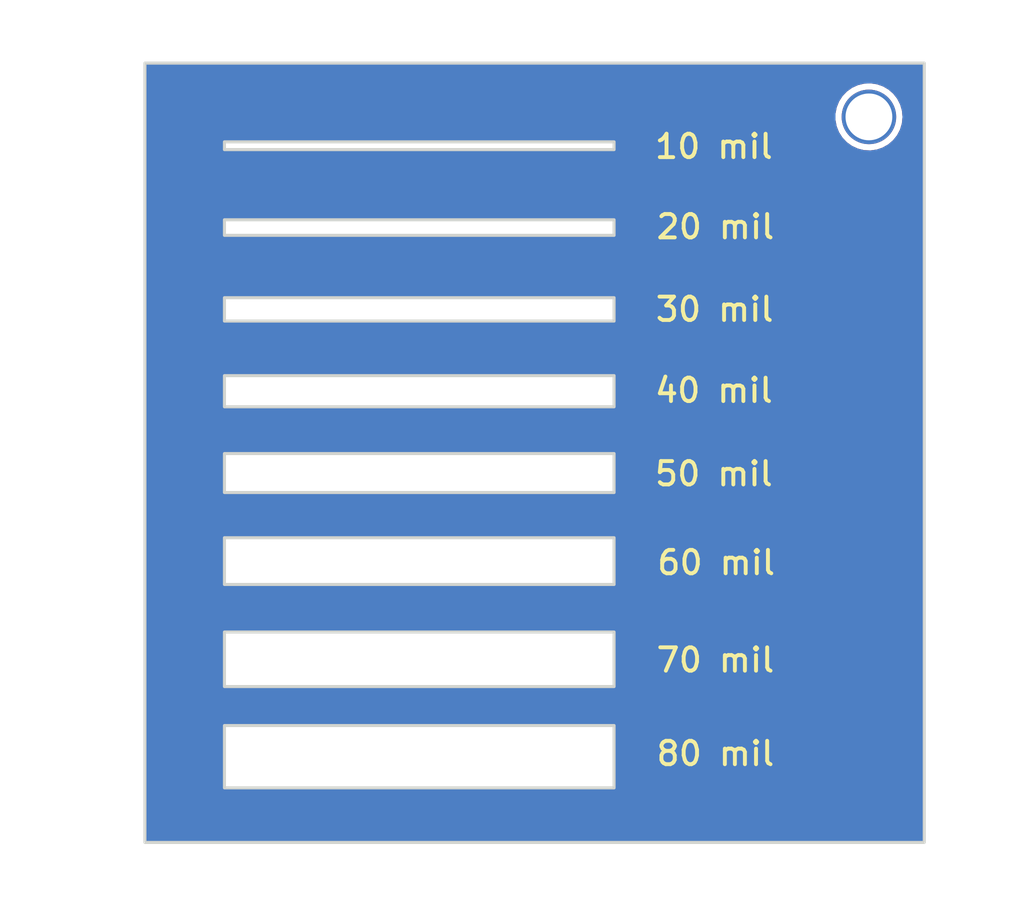
<source format=kicad_pcb>
(kicad_pcb (version 20210126) (generator pcbnew)

  (general
    (thickness 1.6)
  )

  (paper "A4")
  (layers
    (0 "F.Cu" signal)
    (31 "B.Cu" signal)
    (32 "B.Adhes" user "B.Adhesive")
    (33 "F.Adhes" user "F.Adhesive")
    (34 "B.Paste" user)
    (35 "F.Paste" user)
    (36 "B.SilkS" user "B.Silkscreen")
    (37 "F.SilkS" user "F.Silkscreen")
    (38 "B.Mask" user)
    (39 "F.Mask" user)
    (40 "Dwgs.User" user "User.Drawings")
    (41 "Cmts.User" user "User.Comments")
    (42 "Eco1.User" user "User.Eco1")
    (43 "Eco2.User" user "User.Eco2")
    (44 "Edge.Cuts" user)
    (45 "Margin" user)
    (46 "B.CrtYd" user "B.Courtyard")
    (47 "F.CrtYd" user "F.Courtyard")
    (48 "B.Fab" user)
    (49 "F.Fab" user)
    (50 "User.1" user)
    (51 "User.2" user)
    (52 "User.3" user)
    (53 "User.4" user)
    (54 "User.5" user)
    (55 "User.6" user)
    (56 "User.7" user)
    (57 "User.8" user)
    (58 "User.9" user)
  )

  (setup
    (stackup
      (layer "F.SilkS" (type "Top Silk Screen"))
      (layer "F.Paste" (type "Top Solder Paste"))
      (layer "F.Mask" (type "Top Solder Mask") (color "Green") (thickness 0.01))
      (layer "F.Cu" (type "copper") (thickness 0.035))
      (layer "dielectric 1" (type "core") (thickness 1.51) (material "FR4") (epsilon_r 4.5) (loss_tangent 0.02))
      (layer "B.Cu" (type "copper") (thickness 0.035))
      (layer "B.Mask" (type "Bottom Solder Mask") (color "Green") (thickness 0.01))
      (layer "B.Paste" (type "Bottom Solder Paste"))
      (layer "B.SilkS" (type "Bottom Silk Screen"))
      (copper_finish "None")
      (dielectric_constraints no)
    )
    (grid_origin 126.0856 62.103)
    (pcbplotparams
      (layerselection 0x00010fc_ffffffff)
      (disableapertmacros false)
      (usegerberextensions false)
      (usegerberattributes true)
      (usegerberadvancedattributes true)
      (creategerberjobfile true)
      (svguseinch false)
      (svgprecision 6)
      (excludeedgelayer true)
      (plotframeref false)
      (viasonmask false)
      (mode 1)
      (useauxorigin true)
      (hpglpennumber 1)
      (hpglpenspeed 20)
      (hpglpendiameter 15.000000)
      (dxfpolygonmode true)
      (dxfimperialunits true)
      (dxfusepcbnewfont true)
      (psnegative false)
      (psa4output false)
      (plotreference true)
      (plotvalue true)
      (plotinvisibletext false)
      (sketchpadsonfab false)
      (subtractmaskfromsilk false)
      (outputformat 1)
      (mirror false)
      (drillshape 0)
      (scaleselection 1)
      (outputdirectory "gerbers/")
    )
  )


  (net 0 "")

  (gr_line (start 128.4986 62.103) (end 128.4986 87.4268) (layer "Eco2.User") (width 0.15) (tstamp 3c3362b8-e2b5-4c20-aa61-25008100be9f))
  (gr_line (start 142.621 62.1284) (end 142.621 87.4522) (layer "Eco2.User") (width 0.15) (tstamp 9b8d082c-300d-4137-b9af-c56a902163e1))
  (gr_rect (start 126.0348 62.0776) (end 151.4348 87.4776) (layer "Edge.Cuts") (width 0.1) (fill none) (tstamp 12a995ac-00e2-4c34-ad2e-10d3ee600528))
  (gr_rect (start 128.6256 77.5462) (end 141.3256 79.0702) (layer "Edge.Cuts") (width 0.1) (fill none) (tstamp 3607ec39-741c-430d-a126-a55861f530f5))
  (gr_rect (start 128.6256 83.6676) (end 141.3256 85.6996) (layer "Edge.Cuts") (width 0.1) (fill none) (tstamp 725e972a-8c45-4fe2-af15-0a9e41b443d7))
  (gr_rect (start 128.6256 80.6196) (end 141.3256 82.3976) (layer "Edge.Cuts") (width 0.1) (fill none) (tstamp b02dc6cf-6470-498d-b4d5-1584b537bf2b))
  (gr_rect (start 128.6256 72.263) (end 141.3256 73.279) (layer "Edge.Cuts") (width 0.1) (fill none) (tstamp baf7755a-4fc3-4f1c-9323-5debe78a2afa))
  (gr_rect (start 128.6256 64.643) (end 141.3256 64.897) (layer "Edge.Cuts") (width 0.1) (fill none) (tstamp c1ee04f6-9b58-41b9-81be-f8f19b78439f))
  (gr_rect (start 128.6256 69.723) (end 141.3256 70.485) (layer "Edge.Cuts") (width 0.1) (fill none) (tstamp c56434ae-e990-4848-bc3b-6b24c7d1b7fc))
  (gr_rect (start 128.6256 74.803) (end 141.3256 76.073) (layer "Edge.Cuts") (width 0.1) (fill none) (tstamp e4672016-ad29-431e-8480-e7066f9591c0))
  (gr_rect (start 128.6256 67.183) (end 141.3256 67.691) (layer "Edge.Cuts") (width 0.1) (fill none) (tstamp f2daaf0f-07c1-4511-b469-4f511814c1a0))
  (gr_text "Slot Test" (at 150.2156 74.3458 90) (layer "F.Cu") (tstamp 6d17696d-3987-4a25-b6d0-a3e7d9a339ed)
    (effects (font (size 1 1) (thickness 0.15)))
  )
  (gr_text "40 mil" (at 144.5768 72.7456) (layer "F.SilkS") (tstamp 191f7bfd-729a-481a-8d0c-a101f26293fd)
    (effects (font (size 0.762 0.762) (thickness 0.127)))
  )
  (gr_text "80 mil" (at 144.6276 84.582) (layer "F.SilkS") (tstamp 5a8328d6-4224-4b06-b624-ed4603244c8f)
    (effects (font (size 0.762 0.762) (thickness 0.127)))
  )
  (gr_text "20 mil" (at 144.6276 67.4116) (layer "F.SilkS") (tstamp 75a5a8ad-e017-4b21-9475-11c1e3fad92f)
    (effects (font (size 0.762 0.762) (thickness 0.127)))
  )
  (gr_text "70 mil" (at 144.6276 81.534) (layer "F.SilkS") (tstamp 8c4e6dd9-75f0-4d5c-b925-cf2bfd436f3d)
    (effects (font (size 0.762 0.762) (thickness 0.127)))
  )
  (gr_text "30 mil" (at 144.6022 70.104) (layer "F.SilkS") (tstamp 8cf32784-2d11-4fd3-a727-7ed407ffaf76)
    (effects (font (size 0.762 0.762) (thickness 0.127)))
  )
  (gr_text "50 mil" (at 144.5768 75.4634) (layer "F.SilkS") (tstamp 9c280957-b037-4fe8-a77d-fee8fd4ffdef)
    (effects (font (size 0.762 0.762) (thickness 0.127)))
  )
  (gr_text "60 mil" (at 144.653 78.359) (layer "F.SilkS") (tstamp ab2b0828-51dc-45de-b606-98a61c7481a3)
    (effects (font (size 0.762 0.762) (thickness 0.127)))
  )
  (gr_text "10 mil" (at 144.5768 64.7954) (layer "F.SilkS") (tstamp bac1ea82-e3cd-41b8-bf61-e4ae8ae8b434)
    (effects (font (size 0.762 0.762) (thickness 0.127)))
  )
  (gr_text "Slot Test" (at 150.2156 74.3458 90) (layer "F.Mask") (tstamp 46223b5f-ad73-4508-a169-f8557cec3fce)
    (effects (font (size 1 1) (thickness 0.15)))
  )

  (via (at 149.6314 63.8302) (size 1.778) (drill 1.524) (layers "F.Cu" "B.Cu") (free) (net 0) (tstamp c6f29b0d-ba87-4028-8e4f-44cf7246e01a))

  (zone (net 0) (net_name "") (layer "F.Cu") (tstamp d0fe9006-071c-46d6-92e5-0002f873bbe0) (hatch edge 0.508)
    (connect_pads (clearance 0.0254))
    (min_thickness 0.0254) (filled_areas_thickness no)
    (fill yes (thermal_gap 0.508) (thermal_bridge_width 0.508))
    (polygon
      (pts
        (xy 154.6352 89.4588)
        (xy 121.3104 89.4588)
        (xy 121.3104 60.0202)
        (xy 154.6352 60.0202)
      )
    )
    (filled_polygon
      (layer "F.Cu")
      (island)
      (pts
        (xy 151.405973 62.106427)
        (xy 151.4094 62.1147)
        (xy 151.4094 70.551957)
        (xy 151.405973 70.56023)
        (xy 151.3977 70.563657)
        (xy 149.1081 70.563657)
        (xy 149.1081 78.127943)
        (xy 151.3977 78.127943)
        (xy 151.405973 78.13137)
        (xy 151.4094 78.139643)
        (xy 151.4094 87.4405)
        (xy 151.405973 87.448773)
        (xy 151.3977 87.4522)
        (xy 126.0719 87.4522)
        (xy 126.063627 87.448773)
        (xy 126.0602 87.4405)
        (xy 126.0602 83.6676)
        (xy 128.5952 83.6676)
        (xy 128.596091 83.669751)
        (xy 128.599309 83.67752)
        (xy 128.6002 83.681997)
        (xy 128.6002 85.685203)
        (xy 128.599309 85.68968)
        (xy 128.5952 85.6996)
        (xy 128.6002 85.711671)
        (xy 128.604104 85.721096)
        (xy 128.6256 85.73)
        (xy 128.627751 85.729109)
        (xy 128.63552 85.725891)
        (xy 128.639997 85.725)
        (xy 141.311203 85.725)
        (xy 141.31568 85.725891)
        (xy 141.3256 85.73)
        (xy 141.327751 85.729109)
        (xy 141.344945 85.721987)
        (xy 141.347096 85.721096)
        (xy 141.351 85.711671)
        (xy 141.356 85.6996)
        (xy 141.351891 85.68968)
        (xy 141.351 85.685203)
        (xy 141.351 83.681997)
        (xy 141.351891 83.67752)
        (xy 141.355109 83.669751)
        (xy 141.356 83.6676)
        (xy 141.347096 83.646104)
        (xy 141.337671 83.6422)
        (xy 141.3256 83.6372)
        (xy 141.323449 83.638091)
        (xy 141.31568 83.641309)
        (xy 141.311203 83.6422)
        (xy 128.639997 83.6422)
        (xy 128.63552 83.641309)
        (xy 128.627751 83.638091)
        (xy 128.6256 83.6372)
        (xy 128.613529 83.6422)
        (xy 128.604104 83.646104)
        (xy 128.5952 83.6676)
        (xy 126.0602 83.6676)
        (xy 126.0602 80.6196)
        (xy 128.5952 80.6196)
        (xy 128.596091 80.621751)
        (xy 128.599309 80.62952)
        (xy 128.6002 80.633997)
        (xy 128.6002 82.383203)
        (xy 128.599309 82.38768)
        (xy 128.5952 82.3976)
        (xy 128.6002 82.409671)
        (xy 128.604104 82.419096)
        (xy 128.6256 82.428)
        (xy 128.627751 82.427109)
        (xy 128.63552 82.423891)
        (xy 128.639997 82.423)
        (xy 141.311203 82.423)
        (xy 141.31568 82.423891)
        (xy 141.3256 82.428)
        (xy 141.327751 82.427109)
        (xy 141.344945 82.419987)
        (xy 141.347096 82.419096)
        (xy 141.351 82.409671)
        (xy 141.356 82.3976)
        (xy 141.351891 82.38768)
        (xy 141.351 82.383203)
        (xy 141.351 80.633997)
        (xy 141.351891 80.62952)
        (xy 141.355109 80.621751)
        (xy 141.356 80.6196)
        (xy 141.347096 80.598104)
        (xy 141.337671 80.5942)
        (xy 141.3256 80.5892)
        (xy 141.323449 80.590091)
        (xy 141.31568 80.593309)
        (xy 141.311203 80.5942)
        (xy 128.639997 80.5942)
        (xy 128.63552 80.593309)
        (xy 128.627751 80.590091)
        (xy 128.6256 80.5892)
        (xy 128.613529 80.5942)
        (xy 128.604104 80.598104)
        (xy 128.5952 80.6196)
        (xy 126.0602 80.6196)
        (xy 126.0602 77.5462)
        (xy 128.5952 77.5462)
        (xy 128.596091 77.548351)
        (xy 128.599309 77.55612)
        (xy 128.6002 77.560597)
        (xy 128.6002 79.055803)
        (xy 128.599309 79.06028)
        (xy 128.5952 79.0702)
        (xy 128.6002 79.082271)
        (xy 128.604104 79.091696)
        (xy 128.6256 79.1006)
        (xy 128.627751 79.099709)
        (xy 128.63552 79.096491)
        (xy 128.639997 79.0956)
        (xy 141.311203 79.0956)
        (xy 141.31568 79.096491)
        (xy 141.3256 79.1006)
        (xy 141.327751 79.099709)
        (xy 141.344945 79.092587)
        (xy 141.347096 79.091696)
        (xy 141.351 79.082271)
        (xy 141.356 79.0702)
        (xy 141.351891 79.06028)
        (xy 141.351 79.055803)
        (xy 141.351 77.560597)
        (xy 141.351891 77.55612)
        (xy 141.355109 77.548351)
        (xy 141.356 77.5462)
        (xy 141.347096 77.524704)
        (xy 141.337671 77.5208)
        (xy 141.3256 77.5158)
        (xy 141.323449 77.516691)
        (xy 141.31568 77.519909)
        (xy 141.311203 77.5208)
        (xy 128.639997 77.5208)
        (xy 128.63552 77.519909)
        (xy 128.627751 77.516691)
        (xy 128.6256 77.5158)
        (xy 128.613529 77.5208)
        (xy 128.604104 77.524704)
        (xy 128.5952 77.5462)
        (xy 126.0602 77.5462)
        (xy 126.0602 74.803)
        (xy 128.5952 74.803)
        (xy 128.596091 74.805151)
        (xy 128.599309 74.81292)
        (xy 128.6002 74.817397)
        (xy 128.6002 76.058603)
        (xy 128.599309 76.06308)
        (xy 128.5952 76.073)
        (xy 128.6002 76.085071)
        (xy 128.604104 76.094496)
        (xy 128.6256 76.1034)
        (xy 128.627751 76.102509)
        (xy 128.63552 76.099291)
        (xy 128.639997 76.0984)
        (xy 141.311203 76.0984)
        (xy 141.31568 76.099291)
        (xy 141.3256 76.1034)
        (xy 141.327751 76.102509)
        (xy 141.344945 76.095387)
        (xy 141.347096 76.094496)
        (xy 141.351 76.085071)
        (xy 141.356 76.073)
        (xy 141.351891 76.06308)
        (xy 141.351 76.058603)
        (xy 141.351 74.817397)
        (xy 141.351891 74.81292)
        (xy 141.355109 74.805151)
        (xy 141.356 74.803)
        (xy 141.347096 74.781504)
        (xy 141.337671 74.7776)
        (xy 141.3256 74.7726)
        (xy 141.323449 74.773491)
        (xy 141.31568 74.776709)
        (xy 141.311203 74.7776)
        (xy 128.639997 74.7776)
        (xy 128.63552 74.776709)
        (xy 128.627751 74.773491)
        (xy 128.6256 74.7726)
        (xy 128.613529 74.7776)
        (xy 128.604104 74.781504)
        (xy 128.5952 74.803)
        (xy 126.0602 74.803)
        (xy 126.0602 72.263)
        (xy 128.5952 72.263)
        (xy 128.596091 72.265151)
        (xy 128.599309 72.27292)
        (xy 128.6002 72.277397)
        (xy 128.6002 73.264603)
        (xy 128.599309 73.26908)
        (xy 128.5952 73.279)
        (xy 128.6002 73.291071)
        (xy 128.604104 73.300496)
        (xy 128.6256 73.3094)
        (xy 128.627751 73.308509)
        (xy 128.63552 73.305291)
        (xy 128.639997 73.3044)
        (xy 141.311203 73.3044)
        (xy 141.31568 73.305291)
        (xy 141.3256 73.3094)
        (xy 141.327751 73.308509)
        (xy 141.344945 73.301387)
        (xy 141.347096 73.300496)
        (xy 141.351 73.291071)
        (xy 141.356 73.279)
        (xy 141.351891 73.26908)
        (xy 141.351 73.264603)
        (xy 141.351 72.277397)
        (xy 141.351891 72.27292)
        (xy 141.355109 72.265151)
        (xy 141.356 72.263)
        (xy 141.347096 72.241504)
        (xy 141.337671 72.2376)
        (xy 141.3256 72.2326)
        (xy 141.323449 72.233491)
        (xy 141.31568 72.236709)
        (xy 141.311203 72.2376)
        (xy 128.639997 72.2376)
        (xy 128.63552 72.236709)
        (xy 128.627751 72.233491)
        (xy 128.6256 72.2326)
        (xy 128.613529 72.2376)
        (xy 128.604104 72.241504)
        (xy 128.5952 72.263)
        (xy 126.0602 72.263)
        (xy 126.0602 69.723)
        (xy 128.5952 69.723)
        (xy 128.596091 69.725151)
        (xy 128.599309 69.73292)
        (xy 128.6002 69.737397)
        (xy 128.6002 70.470603)
        (xy 128.599309 70.47508)
        (xy 128.5952 70.485)
        (xy 128.6002 70.497071)
        (xy 128.604104 70.506496)
        (xy 128.6256 70.5154)
        (xy 128.627751 70.514509)
        (xy 128.63552 70.511291)
        (xy 128.639997 70.5104)
        (xy 141.311203 70.5104)
        (xy 141.31568 70.511291)
        (xy 141.3256 70.5154)
        (xy 141.327751 70.514509)
        (xy 141.344945 70.507387)
        (xy 141.347096 70.506496)
        (xy 141.351 70.497071)
        (xy 141.356 70.485)
        (xy 141.351891 70.47508)
        (xy 141.351 70.470603)
        (xy 141.351 69.737397)
        (xy 141.351891 69.73292)
        (xy 141.355109 69.725151)
        (xy 141.356 69.723)
        (xy 141.347096 69.701504)
        (xy 141.337671 69.6976)
        (xy 141.3256 69.6926)
        (xy 141.323449 69.693491)
        (xy 141.31568 69.696709)
        (xy 141.311203 69.6976)
        (xy 128.639997 69.6976)
        (xy 128.63552 69.696709)
        (xy 128.627751 69.693491)
        (xy 128.6256 69.6926)
        (xy 128.613529 69.6976)
        (xy 128.604104 69.701504)
        (xy 128.5952 69.723)
        (xy 126.0602 69.723)
        (xy 126.0602 67.183)
        (xy 128.5952 67.183)
        (xy 128.596091 67.185151)
        (xy 128.599309 67.19292)
        (xy 128.6002 67.197397)
        (xy 128.6002 67.676603)
        (xy 128.599309 67.68108)
        (xy 128.5952 67.691)
        (xy 128.6002 67.703071)
        (xy 128.604104 67.712496)
        (xy 128.6256 67.7214)
        (xy 128.627751 67.720509)
        (xy 128.63552 67.717291)
        (xy 128.639997 67.7164)
        (xy 141.311203 67.7164)
        (xy 141.31568 67.717291)
        (xy 141.3256 67.7214)
        (xy 141.327751 67.720509)
        (xy 141.344945 67.713387)
        (xy 141.347096 67.712496)
        (xy 141.351 67.703071)
        (xy 141.356 67.691)
        (xy 141.351891 67.68108)
        (xy 141.351 67.676603)
        (xy 141.351 67.197397)
        (xy 141.351891 67.19292)
        (xy 141.355109 67.185151)
        (xy 141.356 67.183)
        (xy 141.347096 67.161504)
        (xy 141.337671 67.1576)
        (xy 141.3256 67.1526)
        (xy 141.323449 67.153491)
        (xy 141.31568 67.156709)
        (xy 141.311203 67.1576)
        (xy 128.639997 67.1576)
        (xy 128.63552 67.156709)
        (xy 128.627751 67.153491)
        (xy 128.6256 67.1526)
        (xy 128.613529 67.1576)
        (xy 128.604104 67.161504)
        (xy 128.5952 67.183)
        (xy 126.0602 67.183)
        (xy 126.0602 64.643)
        (xy 128.5952 64.643)
        (xy 128.596091 64.645151)
        (xy 128.599309 64.65292)
        (xy 128.6002 64.657397)
        (xy 128.6002 64.882603)
        (xy 128.599309 64.88708)
        (xy 128.5952 64.897)
        (xy 128.6002 64.909071)
        (xy 128.604104 64.918496)
        (xy 128.6256 64.9274)
        (xy 128.627751 64.926509)
        (xy 128.63552 64.923291)
        (xy 128.639997 64.9224)
        (xy 141.311203 64.9224)
        (xy 141.31568 64.923291)
        (xy 141.3256 64.9274)
        (xy 141.327751 64.926509)
        (xy 141.344945 64.919387)
        (xy 141.347096 64.918496)
        (xy 141.351 64.909071)
        (xy 141.356 64.897)
        (xy 141.351891 64.88708)
        (xy 141.351 64.882603)
        (xy 141.351 64.657397)
        (xy 141.351891 64.65292)
        (xy 141.355109 64.645151)
        (xy 141.356 64.643)
        (xy 141.347096 64.621504)
        (xy 141.337671 64.6176)
        (xy 141.3256 64.6126)
        (xy 141.323449 64.613491)
        (xy 141.31568 64.616709)
        (xy 141.311203 64.6176)
        (xy 128.639997 64.6176)
        (xy 128.63552 64.616709)
        (xy 128.627751 64.613491)
        (xy 128.6256 64.6126)
        (xy 128.613529 64.6176)
        (xy 128.604104 64.621504)
        (xy 128.5952 64.643)
        (xy 126.0602 64.643)
        (xy 126.0602 63.9313)
        (xy 148.541579 63.9313)
        (xy 148.541682 63.931842)
        (xy 148.541682 63.931843)
        (xy 148.562849 64.043328)
        (xy 148.580359 64.135556)
        (xy 148.657062 64.328794)
        (xy 148.768922 64.504041)
        (xy 148.769303 64.504443)
        (xy 148.769306 64.504447)
        (xy 148.909956 64.65292)
        (xy 148.911903 64.654975)
        (xy 148.912354 64.655298)
        (xy 148.912358 64.655302)
        (xy 148.93062 64.6684)
        (xy 149.080845 64.776149)
        (xy 149.081353 64.776383)
        (xy 149.269148 64.862958)
        (xy 149.269151 64.862959)
        (xy 149.269652 64.86319)
        (xy 149.471512 64.912959)
        (xy 149.472069 64.912988)
        (xy 149.472071 64.912988)
        (xy 149.56328 64.917688)
        (xy 149.679141 64.923658)
        (xy 149.885048 64.894903)
        (xy 150.081802 64.827731)
        (xy 150.262305 64.724565)
        (xy 150.262727 64.724203)
        (xy 150.419623 64.589489)
        (xy 150.419625 64.589487)
        (xy 150.420043 64.589128)
        (xy 150.549325 64.426307)
        (xy 150.599951 64.329264)
        (xy 150.645228 64.242472)
        (xy 150.645229 64.24247)
        (xy 150.645486 64.241977)
        (xy 150.677476 64.13501)
        (xy 150.704894 64.043328)
        (xy 150.704894 64.043326)
        (xy 150.705055 64.042789)
        (xy 150.725885 63.835931)
        (xy 150.7259 63.8302)
        (xy 150.725874 63.829923)
        (xy 150.706207 63.623786)
        (xy 150.706206 63.623782)
        (xy 150.706154 63.623235)
        (xy 150.705999 63.622706)
        (xy 150.647785 63.424272)
        (xy 150.647784 63.424269)
        (xy 150.647628 63.423738)
        (xy 150.597313 63.326045)
        (xy 150.552691 63.239405)
        (xy 150.552688 63.239401)
        (xy 150.552434 63.238907)
        (xy 150.424006 63.075411)
        (xy 150.266979 62.939151)
        (xy 150.2665 62.938874)
        (xy 150.266496 62.938871)
        (xy 150.087507 62.835323)
        (xy 150.087504 62.835322)
        (xy 150.087019 62.835041)
        (xy 150.086493 62.834858)
        (xy 150.08649 62.834857)
        (xy 149.891136 62.767018)
        (xy 149.891131 62.767017)
        (xy 149.890619 62.766839)
        (xy 149.890079 62.766761)
        (xy 149.890076 62.76676)
        (xy 149.784846 62.751503)
        (xy 149.684866 62.737007)
        (xy 149.593119 62.741253)
        (xy 149.477741 62.746593)
        (xy 149.477739 62.746593)
        (xy 149.477184 62.746619)
        (xy 149.275066 62.79533)
        (xy 149.085805 62.881382)
        (xy 149.085352 62.881703)
        (xy 149.085349 62.881705)
        (xy 149.00476 62.938871)
        (xy 148.916231 63.001669)
        (xy 148.772462 63.151852)
        (xy 148.659686 63.326511)
        (xy 148.659478 63.327027)
        (xy 148.620503 63.423738)
        (xy 148.581972 63.519345)
        (xy 148.542124 63.723396)
        (xy 148.541579 63.9313)
        (xy 126.0602 63.9313)
        (xy 126.0602 62.1147)
        (xy 126.063627 62.106427)
        (xy 126.0719 62.103)
        (xy 151.3977 62.103)
      )
    )
  )
  (zone (net 0) (net_name "") (layer "B.Cu") (tstamp e936772a-45fa-4910-91cd-c21e15bac32c) (hatch edge 0.508)
    (connect_pads (clearance 0.0254))
    (min_thickness 0.0254) (filled_areas_thickness no)
    (fill yes (thermal_gap 0.508) (thermal_bridge_width 0.508))
    (polygon
      (pts
        (xy 154.686 60.0202)
        (xy 121.3612 60.0202)
        (xy 121.3612 89.4588)
        (xy 154.686 89.4588)
      )
    )
    (filled_polygon
      (layer "B.Cu")
      (island)
      (pts
        (xy 151.405973 62.106427)
        (xy 151.4094 62.1147)
        (xy 151.4094 87.4405)
        (xy 151.405973 87.448773)
        (xy 151.3977 87.4522)
        (xy 126.0719 87.4522)
        (xy 126.063627 87.448773)
        (xy 126.0602 87.4405)
        (xy 126.0602 83.6676)
        (xy 128.5952 83.6676)
        (xy 128.596091 83.669751)
        (xy 128.599309 83.67752)
        (xy 128.6002 83.681997)
        (xy 128.6002 85.685203)
        (xy 128.599309 85.68968)
        (xy 128.5952 85.6996)
        (xy 128.6002 85.711671)
        (xy 128.604104 85.721096)
        (xy 128.6256 85.73)
        (xy 128.627751 85.729109)
        (xy 128.63552 85.725891)
        (xy 128.639997 85.725)
        (xy 141.311203 85.725)
        (xy 141.31568 85.725891)
        (xy 141.3256 85.73)
        (xy 141.327751 85.729109)
        (xy 141.344945 85.721987)
        (xy 141.347096 85.721096)
        (xy 141.351 85.711671)
        (xy 141.356 85.6996)
        (xy 141.351891 85.68968)
        (xy 141.351 85.685203)
        (xy 141.351 83.681997)
        (xy 141.351891 83.67752)
        (xy 141.355109 83.669751)
        (xy 141.356 83.6676)
        (xy 141.347096 83.646104)
        (xy 141.337671 83.6422)
        (xy 141.3256 83.6372)
        (xy 141.323449 83.638091)
        (xy 141.31568 83.641309)
        (xy 141.311203 83.6422)
        (xy 128.639997 83.6422)
        (xy 128.63552 83.641309)
        (xy 128.627751 83.638091)
        (xy 128.6256 83.6372)
        (xy 128.613529 83.6422)
        (xy 128.604104 83.646104)
        (xy 128.5952 83.6676)
        (xy 126.0602 83.6676)
        (xy 126.0602 80.6196)
        (xy 128.5952 80.6196)
        (xy 128.596091 80.621751)
        (xy 128.599309 80.62952)
        (xy 128.6002 80.633997)
        (xy 128.6002 82.383203)
        (xy 128.599309 82.38768)
        (xy 128.5952 82.3976)
        (xy 128.6002 82.409671)
        (xy 128.604104 82.419096)
        (xy 128.6256 82.428)
        (xy 128.627751 82.427109)
        (xy 128.63552 82.423891)
        (xy 128.639997 82.423)
        (xy 141.311203 82.423)
        (xy 141.31568 82.423891)
        (xy 141.3256 82.428)
        (xy 141.327751 82.427109)
        (xy 141.344945 82.419987)
        (xy 141.347096 82.419096)
        (xy 141.351 82.409671)
        (xy 141.356 82.3976)
        (xy 141.351891 82.38768)
        (xy 141.351 82.383203)
        (xy 141.351 80.633997)
        (xy 141.351891 80.62952)
        (xy 141.355109 80.621751)
        (xy 141.356 80.6196)
        (xy 141.347096 80.598104)
        (xy 141.337671 80.5942)
        (xy 141.3256 80.5892)
        (xy 141.323449 80.590091)
        (xy 141.31568 80.593309)
        (xy 141.311203 80.5942)
        (xy 128.639997 80.5942)
        (xy 128.63552 80.593309)
        (xy 128.627751 80.590091)
        (xy 128.6256 80.5892)
        (xy 128.613529 80.5942)
        (xy 128.604104 80.598104)
        (xy 128.5952 80.6196)
        (xy 126.0602 80.6196)
        (xy 126.0602 77.5462)
        (xy 128.5952 77.5462)
        (xy 128.596091 77.548351)
        (xy 128.599309 77.55612)
        (xy 128.6002 77.560597)
        (xy 128.6002 79.055803)
        (xy 128.599309 79.06028)
        (xy 128.5952 79.0702)
        (xy 128.6002 79.082271)
        (xy 128.604104 79.091696)
        (xy 128.6256 79.1006)
        (xy 128.627751 79.099709)
        (xy 128.63552 79.096491)
        (xy 128.639997 79.0956)
        (xy 141.311203 79.0956)
        (xy 141.31568 79.096491)
        (xy 141.3256 79.1006)
        (xy 141.327751 79.099709)
        (xy 141.344945 79.092587)
        (xy 141.347096 79.091696)
        (xy 141.351 79.082271)
        (xy 141.356 79.0702)
        (xy 141.351891 79.06028)
        (xy 141.351 79.055803)
        (xy 141.351 77.560597)
        (xy 141.351891 77.55612)
        (xy 141.355109 77.548351)
        (xy 141.356 77.5462)
        (xy 141.347096 77.524704)
        (xy 141.337671 77.5208)
        (xy 141.3256 77.5158)
        (xy 141.323449 77.516691)
        (xy 141.31568 77.519909)
        (xy 141.311203 77.5208)
        (xy 128.639997 77.5208)
        (xy 128.63552 77.519909)
        (xy 128.627751 77.516691)
        (xy 128.6256 77.5158)
        (xy 128.613529 77.5208)
        (xy 128.604104 77.524704)
        (xy 128.5952 77.5462)
        (xy 126.0602 77.5462)
        (xy 126.0602 74.803)
        (xy 128.5952 74.803)
        (xy 128.596091 74.805151)
        (xy 128.599309 74.81292)
        (xy 128.6002 74.817397)
        (xy 128.6002 76.058603)
        (xy 128.599309 76.06308)
        (xy 128.5952 76.073)
        (xy 128.6002 76.085071)
        (xy 128.604104 76.094496)
        (xy 128.6256 76.1034)
        (xy 128.627751 76.102509)
        (xy 128.63552 76.099291)
        (xy 128.639997 76.0984)
        (xy 141.311203 76.0984)
        (xy 141.31568 76.099291)
        (xy 141.3256 76.1034)
        (xy 141.327751 76.102509)
        (xy 141.344945 76.095387)
        (xy 141.347096 76.094496)
        (xy 141.351 76.085071)
        (xy 141.356 76.073)
        (xy 141.351891 76.06308)
        (xy 141.351 76.058603)
        (xy 141.351 74.817397)
        (xy 141.351891 74.81292)
        (xy 141.355109 74.805151)
        (xy 141.356 74.803)
        (xy 141.347096 74.781504)
        (xy 141.337671 74.7776)
        (xy 141.3256 74.7726)
        (xy 141.323449 74.773491)
        (xy 141.31568 74.776709)
        (xy 141.311203 74.7776)
        (xy 128.639997 74.7776)
        (xy 128.63552 74.776709)
        (xy 128.627751 74.773491)
        (xy 128.6256 74.7726)
        (xy 128.613529 74.7776)
        (xy 128.604104 74.781504)
        (xy 128.5952 74.803)
        (xy 126.0602 74.803)
        (xy 126.0602 72.263)
        (xy 128.5952 72.263)
        (xy 128.596091 72.265151)
        (xy 128.599309 72.27292)
        (xy 128.6002 72.277397)
        (xy 128.6002 73.264603)
        (xy 128.599309 73.26908)
        (xy 128.5952 73.279)
        (xy 128.6002 73.291071)
        (xy 128.604104 73.300496)
        (xy 128.6256 73.3094)
        (xy 128.627751 73.308509)
        (xy 128.63552 73.305291)
        (xy 128.639997 73.3044)
        (xy 141.311203 73.3044)
        (xy 141.31568 73.305291)
        (xy 141.3256 73.3094)
        (xy 141.327751 73.308509)
        (xy 141.344945 73.301387)
        (xy 141.347096 73.300496)
        (xy 141.351 73.291071)
        (xy 141.356 73.279)
        (xy 141.351891 73.26908)
        (xy 141.351 73.264603)
        (xy 141.351 72.277397)
        (xy 141.351891 72.27292)
        (xy 141.355109 72.265151)
        (xy 141.356 72.263)
        (xy 141.347096 72.241504)
        (xy 141.337671 72.2376)
        (xy 141.3256 72.2326)
        (xy 141.323449 72.233491)
        (xy 141.31568 72.236709)
        (xy 141.311203 72.2376)
        (xy 128.639997 72.2376)
        (xy 128.63552 72.236709)
        (xy 128.627751 72.233491)
        (xy 128.6256 72.2326)
        (xy 128.613529 72.2376)
        (xy 128.604104 72.241504)
        (xy 128.5952 72.263)
        (xy 126.0602 72.263)
        (xy 126.0602 69.723)
        (xy 128.5952 69.723)
        (xy 128.596091 69.725151)
        (xy 128.599309 69.73292)
        (xy 128.6002 69.737397)
        (xy 128.6002 70.470603)
        (xy 128.599309 70.47508)
        (xy 128.5952 70.485)
        (xy 128.6002 70.497071)
        (xy 128.604104 70.506496)
        (xy 128.6256 70.5154)
        (xy 128.627751 70.514509)
        (xy 128.63552 70.511291)
        (xy 128.639997 70.5104)
        (xy 141.311203 70.5104)
        (xy 141.31568 70.511291)
        (xy 141.3256 70.5154)
        (xy 141.327751 70.514509)
        (xy 141.344945 70.507387)
        (xy 141.347096 70.506496)
        (xy 141.351 70.497071)
        (xy 141.356 70.485)
        (xy 141.351891 70.47508)
        (xy 141.351 70.470603)
        (xy 141.351 69.737397)
        (xy 141.351891 69.73292)
        (xy 141.355109 69.725151)
        (xy 141.356 69.723)
        (xy 141.347096 69.701504)
        (xy 141.337671 69.6976)
        (xy 141.3256 69.6926)
        (xy 141.323449 69.693491)
        (xy 141.31568 69.696709)
        (xy 141.311203 69.6976)
        (xy 128.639997 69.6976)
        (xy 128.63552 69.696709)
        (xy 128.627751 69.693491)
        (xy 128.6256 69.6926)
        (xy 128.613529 69.6976)
        (xy 128.604104 69.701504)
        (xy 128.5952 69.723)
        (xy 126.0602 69.723)
        (xy 126.0602 67.183)
        (xy 128.5952 67.183)
        (xy 128.596091 67.185151)
        (xy 128.599309 67.19292)
        (xy 128.6002 67.197397)
        (xy 128.6002 67.676603)
        (xy 128.599309 67.68108)
        (xy 128.5952 67.691)
        (xy 128.6002 67.703071)
        (xy 128.604104 67.712496)
        (xy 128.6256 67.7214)
        (xy 128.627751 67.720509)
        (xy 128.63552 67.717291)
        (xy 128.639997 67.7164)
        (xy 141.311203 67.7164)
        (xy 141.31568 67.717291)
        (xy 141.3256 67.7214)
        (xy 141.327751 67.720509)
        (xy 141.344945 67.713387)
        (xy 141.347096 67.712496)
        (xy 141.351 67.703071)
        (xy 141.356 67.691)
        (xy 141.351891 67.68108)
        (xy 141.351 67.676603)
        (xy 141.351 67.197397)
        (xy 141.351891 67.19292)
        (xy 141.355109 67.185151)
        (xy 141.356 67.183)
        (xy 141.347096 67.161504)
        (xy 141.337671 67.1576)
        (xy 141.3256 67.1526)
        (xy 141.323449 67.153491)
        (xy 141.31568 67.156709)
        (xy 141.311203 67.1576)
        (xy 128.639997 67.1576)
        (xy 128.63552 67.156709)
        (xy 128.627751 67.153491)
        (xy 128.6256 67.1526)
        (xy 128.613529 67.1576)
        (xy 128.604104 67.161504)
        (xy 128.5952 67.183)
        (xy 126.0602 67.183)
        (xy 126.0602 64.643)
        (xy 128.5952 64.643)
        (xy 128.596091 64.645151)
        (xy 128.599309 64.65292)
        (xy 128.6002 64.657397)
        (xy 128.6002 64.882603)
        (xy 128.599309 64.88708)
        (xy 128.5952 64.897)
        (xy 128.6002 64.909071)
        (xy 128.604104 64.918496)
        (xy 128.6256 64.9274)
        (xy 128.627751 64.926509)
        (xy 128.63552 64.923291)
        (xy 128.639997 64.9224)
        (xy 141.311203 64.9224)
        (xy 141.31568 64.923291)
        (xy 141.3256 64.9274)
        (xy 141.327751 64.926509)
        (xy 141.344945 64.919387)
        (xy 141.347096 64.918496)
        (xy 141.351 64.909071)
        (xy 141.356 64.897)
        (xy 141.351891 64.88708)
        (xy 141.351 64.882603)
        (xy 141.351 64.657397)
        (xy 141.351891 64.65292)
        (xy 141.355109 64.645151)
        (xy 141.356 64.643)
        (xy 141.347096 64.621504)
        (xy 141.337671 64.6176)
        (xy 141.3256 64.6126)
        (xy 141.323449 64.613491)
        (xy 141.31568 64.616709)
        (xy 141.311203 64.6176)
        (xy 128.639997 64.6176)
        (xy 128.63552 64.616709)
        (xy 128.627751 64.613491)
        (xy 128.6256 64.6126)
        (xy 128.613529 64.6176)
        (xy 128.604104 64.621504)
        (xy 128.5952 64.643)
        (xy 126.0602 64.643)
        (xy 126.0602 63.9313)
        (xy 148.541579 63.9313)
        (xy 148.541682 63.931842)
        (xy 148.541682 63.931843)
        (xy 148.562849 64.043328)
        (xy 148.580359 64.135556)
        (xy 148.657062 64.328794)
        (xy 148.768922 64.504041)
        (xy 148.769303 64.504443)
        (xy 148.769306 64.504447)
        (xy 148.909956 64.65292)
        (xy 148.911903 64.654975)
        (xy 148.912354 64.655298)
        (xy 148.912358 64.655302)
        (xy 148.93062 64.6684)
        (xy 149.080845 64.776149)
        (xy 149.081353 64.776383)
        (xy 149.269148 64.862958)
        (xy 149.269151 64.862959)
        (xy 149.269652 64.86319)
        (xy 149.471512 64.912959)
        (xy 149.472069 64.912988)
        (xy 149.472071 64.912988)
        (xy 149.56328 64.917688)
        (xy 149.679141 64.923658)
        (xy 149.885048 64.894903)
        (xy 150.081802 64.827731)
        (xy 150.262305 64.724565)
        (xy 150.262727 64.724203)
        (xy 150.419623 64.589489)
        (xy 150.419625 64.589487)
        (xy 150.420043 64.589128)
        (xy 150.549325 64.426307)
        (xy 150.599951 64.329264)
        (xy 150.645228 64.242472)
        (xy 150.645229 64.24247)
        (xy 150.645486 64.241977)
        (xy 150.677476 64.13501)
        (xy 150.704894 64.043328)
        (xy 150.704894 64.043326)
        (xy 150.705055 64.042789)
        (xy 150.725885 63.835931)
        (xy 150.7259 63.8302)
        (xy 150.725874 63.829923)
        (xy 150.706207 63.623786)
        (xy 150.706206 63.623782)
        (xy 150.706154 63.623235)
        (xy 150.705999 63.622706)
        (xy 150.647785 63.424272)
        (xy 150.647784 63.424269)
        (xy 150.647628 63.423738)
        (xy 150.597313 63.326045)
        (xy 150.552691 63.239405)
        (xy 150.552688 63.239401)
        (xy 150.552434 63.238907)
        (xy 150.424006 63.075411)
        (xy 150.266979 62.939151)
        (xy 150.2665 62.938874)
        (xy 150.266496 62.938871)
        (xy 150.087507 62.835323)
        (xy 150.087504 62.835322)
        (xy 150.087019 62.835041)
        (xy 150.086493 62.834858)
        (xy 150.08649 62.834857)
        (xy 149.891136 62.767018)
        (xy 149.891131 62.767017)
        (xy 149.890619 62.766839)
        (xy 149.890079 62.766761)
        (xy 149.890076 62.76676)
        (xy 149.784846 62.751503)
        (xy 149.684866 62.737007)
        (xy 149.593119 62.741253)
        (xy 149.477741 62.746593)
        (xy 149.477739 62.746593)
        (xy 149.477184 62.746619)
        (xy 149.275066 62.79533)
        (xy 149.085805 62.881382)
        (xy 149.085352 62.881703)
        (xy 149.085349 62.881705)
        (xy 149.00476 62.938871)
        (xy 148.916231 63.001669)
        (xy 148.772462 63.151852)
        (xy 148.659686 63.326511)
        (xy 148.659478 63.327027)
        (xy 148.620503 63.423738)
        (xy 148.581972 63.519345)
        (xy 148.542124 63.723396)
        (xy 148.541579 63.9313)
        (xy 126.0602 63.9313)
        (xy 126.0602 62.1147)
        (xy 126.063627 62.106427)
        (xy 126.0719 62.103)
        (xy 151.3977 62.103)
      )
    )
  )
)

</source>
